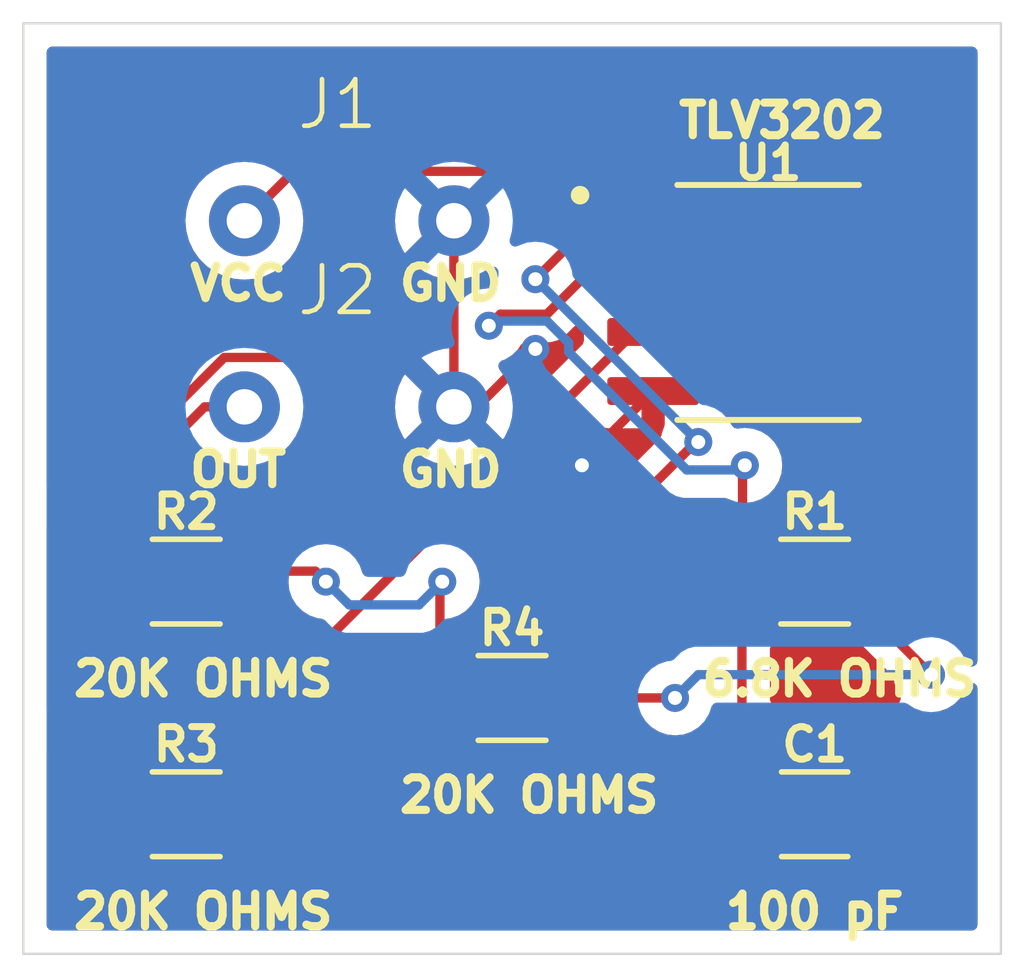
<source format=kicad_pcb>
(kicad_pcb (version 20240108) (generator "pcbnew") (generator_version "8.0")
  (layers (0 "F.Cu" signal) (31 "B.Cu" signal) (34 "B.Paste" user) (35 "F.Paste" user) (36 "B.SilkS" user "B.Silkscreen") (37 "F.SilkS" user "F.Silkscreen") (38 "B.Mask" user) (39 "F.Mask" user) (44 "Edge.Cuts" user))
  (net 0 "")
  (net 1 "GND")
  (net 2 "Net-(U1--)")
  (net 3 "VCC")
  (net 4 "/OUTPUT")
  (net 5 "Net-(U1-+)")
  (footprint "Resistor_SMD:R_1206_3216Metric_Pad1.30x1.75mm_HandSolder" (layer "F.Cu") (at 140.5 76.5)
    (property "Reference" "R4" (at 0 -1.5 0) (layer "F.SilkS") (effects (font (size 0.7 0.7))))
    (property "Value" "20K")
    (fp_line (start -0.727064 -0.91) (end 0.727064 -0.91) (stroke (width 0.12)) (layer "F.SilkS"))
    (fp_line (start -0.727064 0.91) (end 0.727064 0.91) (stroke (width 0.12)) (layer "F.SilkS"))
    (pad "1" smd roundrect (at -1.55 0) (size 1.3 1.75) (layers "F.Cu" "F.Paste" "F.Mask") (roundrect_rratio 0.192308) (net 5 "Net-(U1-+)"))
    (pad "2" smd roundrect (at 1.55 0) (size 1.3 1.75) (layers "F.Cu" "F.Paste" "F.Mask") (roundrect_rratio 0.192308) (net 4 "/OUTPUT"))
  )
  (footprint "Capacitor_SMD:C_1206_3216Metric_Pad1.33x1.80mm_HandSolder" (layer "F.Cu") (at 147 79)
    (property "Reference" "C1" (at 0 -1.5 0) (layer "F.SilkS") (effects (font (size 0.7 0.7))))
    (property "Value" "100 pF")
    (fp_line (start -0.711252 -0.91) (end 0.711252 -0.91) (stroke (width 0.12)) (layer "F.SilkS"))
    (fp_line (start -0.711252 0.91) (end 0.711252 0.91) (stroke (width 0.12)) (layer "F.SilkS"))
    (pad "1" smd roundrect (at -1.5625 0) (size 1.325 1.8) (layers "F.Cu" "F.Paste" "F.Mask") (roundrect_rratio 0.188679) (net 2 "Net-(U1--)"))
    (pad "2" smd roundrect (at 1.5625 0) (size 1.325 1.8) (layers "F.Cu" "F.Paste" "F.Mask") (roundrect_rratio 0.188679) (net 1 "GND"))
  )
  (footprint "Resistor_SMD:R_1206_3216Metric_Pad1.30x1.75mm_HandSolder" (layer "F.Cu") (at 147 74)
    (property "Reference" "R1" (at 0 -1.5 0) (layer "F.SilkS") (effects (font (size 0.7 0.7))))
    (property "Value" "6.8K")
    (fp_line (start -0.727064 -0.91) (end 0.727064 -0.91) (stroke (width 0.12)) (layer "F.SilkS"))
    (fp_line (start -0.727064 0.91) (end 0.727064 0.91) (stroke (width 0.12)) (layer "F.SilkS"))
    (pad "1" smd roundrect (at -1.55 0) (size 1.3 1.75) (layers "F.Cu" "F.Paste" "F.Mask") (roundrect_rratio 0.192308) (net 2 "Net-(U1--)"))
    (pad "2" smd roundrect (at 1.55 0) (size 1.3 1.75) (layers "F.Cu" "F.Paste" "F.Mask") (roundrect_rratio 0.192308) (net 4 "/OUTPUT"))
  )
  (footprint "Resistor_SMD:R_1206_3216Metric_Pad1.30x1.75mm_HandSolder" (layer "F.Cu") (at 133.5 79)
    (property "Reference" "R3" (at 0 -1.5 0) (layer "F.SilkS") (effects (font (size 0.7 0.7))))
    (property "Value" "20K")
    (fp_line (start -0.727064 -0.91) (end 0.727064 -0.91) (stroke (width 0.12)) (layer "F.SilkS"))
    (fp_line (start -0.727064 0.91) (end 0.727064 0.91) (stroke (width 0.12)) (layer "F.SilkS"))
    (pad "1" smd roundrect (at -1.55 0) (size 1.3 1.75) (layers "F.Cu" "F.Paste" "F.Mask") (roundrect_rratio 0.192308) (net 5 "Net-(U1-+)"))
    (pad "2" smd roundrect (at 1.55 0) (size 1.3 1.75) (layers "F.Cu" "F.Paste" "F.Mask") (roundrect_rratio 0.192308) (net 1 "GND"))
  )
  (footprint "Resistor_SMD:R_1206_3216Metric_Pad1.30x1.75mm_HandSolder" (layer "F.Cu") (at 133.5 74)
    (property "Reference" "R2" (at 0 -1.5 0) (layer "F.SilkS") (effects (font (size 0.7 0.7))))
    (property "Value" "20K")
    (fp_line (start -0.727064 -0.91) (end 0.727064 -0.91) (stroke (width 0.12)) (layer "F.SilkS"))
    (fp_line (start -0.727064 0.91) (end 0.727064 0.91) (stroke (width 0.12)) (layer "F.SilkS"))
    (pad "1" smd roundrect (at -1.55 0) (size 1.3 1.75) (layers "F.Cu" "F.Paste" "F.Mask") (roundrect_rratio 0.192308) (net 3 "VCC"))
    (pad "2" smd roundrect (at 1.55 0) (size 1.3 1.75) (layers "F.Cu" "F.Paste" "F.Mask") (roundrect_rratio 0.192308) (net 5 "Net-(U1-+)"))
  )
  (footprint "chris_footprint:output connector" (layer "F.Cu") (at 136.75 68.244)
    (property "Reference" "J2" (at 0 -0.5 0) (layer "F.SilkS") (effects (font (thickness 0.1))))
    (property "Value" "Conn_01x02")
    (pad "1" thru_hole circle (at -2 2) (size 1.524 1.524) (drill 0.762) (layers "*.Cu" "*.Mask") (net 4 "/OUTPUT"))
    (pad "2" thru_hole circle (at 2.5 2) (size 1.524 1.524) (drill 0.762) (layers "*.Cu" "*.Mask") (net 1 "GND"))
  )
  (footprint "SOIC:SOIC127P599X175-8N" (layer "F.Cu") (at 146 68)
    (property "Reference" "U1" (at 0 -3 0) (layer "F.SilkS") (effects (font (size 0.7 0.7))))
    (property "Value" "~")
    (fp_line (start -1.95 -2.525) (end 1.95 -2.525) (stroke (width 0.127)) (layer "F.SilkS"))
    (fp_line (start -1.95 2.525) (end 1.95 2.525) (stroke (width 0.127)) (layer "F.SilkS"))
    (fp_circle (center -4.04 -2.305) (end -3.94 -2.305) (stroke (width 0.2)) (fill none) (layer "F.SilkS"))
    (pad "1" smd roundrect (at -2.47 -1.905) (size 1.97 0.6) (layers "F.Cu" "F.Paste" "F.Mask") (roundrect_rratio 0.125) (net 5 "Net-(U1-+)"))
    (pad "2" smd roundrect (at -2.47 -0.635) (size 1.97 0.6) (layers "F.Cu" "F.Paste" "F.Mask") (roundrect_rratio 0.125) (net 2 "Net-(U1--)"))
    (pad "3" smd roundrect (at -2.47 0.635) (size 1.97 0.6) (layers "F.Cu" "F.Paste" "F.Mask") (roundrect_rratio 0.125) (net 3 "VCC"))
    (pad "4" smd roundrect (at -2.47 1.905) (size 1.97 0.6) (layers "F.Cu" "F.Paste" "F.Mask") (roundrect_rratio 0.125) (net 1 "GND"))
    (pad "5" smd roundrect (at 2.47 1.905) (size 1.97 0.6) (layers "F.Cu" "F.Paste" "F.Mask") (roundrect_rratio 0.125) (net 4 "/OUTPUT"))
    (pad "6" smd roundrect (at 2.47 0.635) (size 1.97 0.6) (layers "F.Cu" "F.Paste" "F.Mask") (roundrect_rratio 0.125))
    (pad "7" smd roundrect (at 2.47 -0.635) (size 1.97 0.6) (layers "F.Cu" "F.Paste" "F.Mask") (roundrect_rratio 0.125))
    (pad "8" smd roundrect (at 2.47 -1.905) (size 1.97 0.6) (layers "F.Cu" "F.Paste" "F.Mask") (roundrect_rratio 0.125))
  )
  (footprint "chris_footprint:output connector" (layer "F.Cu") (at 136.75 64.244)
    (property "Reference" "J1" (at 0 -0.5 0) (layer "F.SilkS") (effects (font (thickness 0.1))))
    (property "Value" "Conn_01x02")
    (pad "1" thru_hole circle (at -2 2) (size 1.524 1.524) (drill 0.762) (layers "*.Cu" "*.Mask") (net 3 "VCC"))
    (pad "2" thru_hole circle (at 2.5 2) (size 1.524 1.524) (drill 0.762) (layers "*.Cu" "*.Mask") (net 1 "GND"))
  )
  (gr_rect (start 130 62) (end 151 82) (stroke (width 0.05)) (fill none) (layer "Edge.Cuts"))
  (gr_text "GND" (at 138 68 0) (layer "F.SilkS") (effects (font (size 0.7 0.7) (thickness 0.175) (bold yes)) (justify left bottom)))
  (gr_text "20K OHMS" (at 138 79 0) (layer "F.SilkS") (effects (font (size 0.7 0.7) (thickness 0.175) (bold yes)) (justify left bottom)))
  (gr_text "20K OHMS" (at 131 81.5 0) (layer "F.SilkS") (effects (font (size 0.7 0.7) (thickness 0.175) (bold yes)) (justify left bottom)))
  (gr_text "20K OHMS" (at 131 76.5 0) (layer "F.SilkS") (effects (font (size 0.7 0.7) (thickness 0.175) (bold yes)) (justify left bottom)))
  (gr_text "TLV3202" (at 144 64.5 0) (layer "F.SilkS") (effects (font (size 0.7 0.7) (thickness 0.175) (bold yes)) (justify left bottom)))
  (gr_text "6.8K OHMS" (at 144.5 76.5 0) (layer "F.SilkS") (effects (font (size 0.7 0.7) (thickness 0.175) (bold yes)) (justify left bottom)))
  (gr_text "OUT" (at 133.5 72 0) (layer "F.SilkS") (effects (font (size 0.7 0.7) (thickness 0.175) (bold yes)) (justify left bottom)))
  (gr_text "VCC" (at 133.5 68 0) (layer "F.SilkS") (effects (font (size 0.7 0.7) (thickness 0.175) (bold yes)) (justify left bottom)))
  (gr_text "GND" (at 138 72 0) (layer "F.SilkS") (effects (font (size 0.7 0.7) (thickness 0.175) (bold yes)) (justify left bottom)))
  (gr_text "100 pF" (at 145 81.5 0) (layer "F.SilkS") (effects (font (size 0.7 0.7) (thickness 0.175) (bold yes)) (justify left bottom)))
  (segment (start 148.5625 78) (end 147.3625 79.2) (width 0.2) (layer "F.Cu") (net 1))
  (segment (start 146.405 69.905) (end 146.405 75.8425) (width 0.2) (layer "F.Cu") (net 1))
  (segment (start 139.75 70.244) (end 140.994 69) (width 0.2) (layer "F.Cu") (net 1))
  (segment (start 146.405 75.8425) (end 148.5625 78) (width 0.2) (layer "F.Cu") (net 1))
  (segment (start 142 71.435) (end 143.53 69.905) (width 0.2) (layer "F.Cu") (net 1))
  (segment (start 139.25 69.744) (end 139.75 70.244) (width 0.2) (layer "F.Cu") (net 1))
  (segment (start 143.53 69.905) (end 146.405 69.905) (width 0.2) (layer "F.Cu") (net 1))
  (segment (start 139.25 66.244) (end 139.25 69.744) (width 0.2) (layer "F.Cu") (net 1))
  (segment (start 142 71.5) (end 142 71.435) (width 0.2) (layer "F.Cu") (net 1))
  (segment (start 136.25 79.2) (end 135.05 78) (width 0.2) (layer "F.Cu") (net 1))
  (segment (start 140.994 69) (end 141 69) (width 0.2) (layer "F.Cu") (net 1))
  (segment (start 147.3625 79.2) (end 136.25 79.2) (width 0.2) (layer "F.Cu") (net 1))
  (via (at 141 69) (size 0.6) (drill 0.3) (layers "F.Cu" "B.Cu") (net 1))
  (via (at 142 71.5) (size 0.6) (drill 0.3) (layers "F.Cu" "B.Cu") (net 1))
  (segment (start 141 70.5) (end 142 71.5) (width 0.2) (layer "B.Cu") (net 1))
  (segment (start 141 69) (end 141 70.5) (width 0.2) (layer "B.Cu") (net 1))
  (segment (start 142.135 67.365) (end 143.53 67.365) (width 0.2) (layer "F.Cu") (net 2))
  (segment (start 140.24741 68.25259) (end 141.24741 68.25259) (width 0.2) (layer "F.Cu") (net 2))
  (segment (start 145.45 74) (end 145.45 71.55) (width 0.2) (layer "F.Cu") (net 2))
  (segment (start 145.4375 74.0125) (end 145.45 74) (width 0.2) (layer "F.Cu") (net 2))
  (segment (start 141.24741 68.25259) (end 142.135 67.365) (width 0.2) (layer "F.Cu") (net 2))
  (segment (start 145.45 71.55) (end 145.5 71.5) (width 0.2) (layer "F.Cu") (net 2))
  (segment (start 140 68.5) (end 140.24741 68.25259) (width 0.2) (layer "F.Cu") (net 2))
  (segment (start 145.4375 78) (end 145.4375 74.0125) (width 0.2) (layer "F.Cu") (net 2))
  (via (at 145.5 71.5) (size 0.6) (drill 0.3) (layers "F.Cu" "B.Cu") (net 2))
  (via (at 140 68.5) (size 0.6) (drill 0.3) (layers "F.Cu" "B.Cu") (net 2))
  (segment (start 145.4 71.6) (end 144.251471 71.6) (width 0.2) (layer "B.Cu") (net 2))
  (segment (start 140.1 68.4) (end 140 68.5) (width 0.2) (layer "B.Cu") (net 2))
  (segment (start 141.717157 68.868628) (end 141.248529 68.4) (width 0.2) (layer "B.Cu") (net 2))
  (segment (start 144.251471 71.6) (end 141.717157 69.065686) (width 0.2) (layer "B.Cu") (net 2))
  (segment (start 141.248529 68.4) (end 140.1 68.4) (width 0.2) (layer "B.Cu") (net 2))
  (segment (start 141.717157 69.065686) (end 141.717157 68.868628) (width 0.2) (layer "B.Cu") (net 2))
  (segment (start 145.5 71.5) (end 145.4 71.6) (width 0.2) (layer "B.Cu") (net 2))
  (segment (start 144.815 67.74741) (end 143.92741 68.635) (width 0.2) (layer "F.Cu") (net 3))
  (segment (start 144.28441 65.182) (end 144.815 65.71259) (width 0.2) (layer "F.Cu") (net 3))
  (segment (start 143.13259 68.635) (end 136.59259 75.175) (width 0.2) (layer "F.Cu") (net 3))
  (segment (start 143.92741 68.635) (end 143.53 68.635) (width 0.2) (layer "F.Cu") (net 3))
  (segment (start 136.59259 75.175) (end 133.125 75.175) (width 0.2) (layer "F.Cu") (net 3))
  (segment (start 134.75 66.244) (end 135.812 65.182) (width 0.2) (layer "F.Cu") (net 3))
  (segment (start 144.815 65.71259) (end 144.815 67.74741) (width 0.2) (layer "F.Cu") (net 3))
  (segment (start 133.125 75.175) (end 131.95 74) (width 0.2) (layer "F.Cu") (net 3))
  (segment (start 143.53 68.635) (end 143.13259 68.635) (width 0.2) (layer "F.Cu") (net 3))
  (segment (start 135.812 65.182) (end 144.28441 65.182) (width 0.2) (layer "F.Cu") (net 3))
  (segment (start 132.5 76.5) (end 137.140256 76.5) (width 0.2) (layer "F.Cu") (net 4))
  (segment (start 133.896256 70.244) (end 131 73.140256) (width 0.2) (layer "F.Cu") (net 4))
  (segment (start 137.140256 76.5) (end 138.640256 78) (width 0.2) (layer "F.Cu") (net 4))
  (segment (start 131 75) (end 132.5 76.5) (width 0.2) (layer "F.Cu") (net 4))
  (segment (start 135.25 70.244) (end 133.896256 70.244) (width 0.2) (layer "F.Cu") (net 4))
  (segment (start 148.55 69.985) (end 148.47 69.905) (width 0.2) (layer "F.Cu") (net 4))
  (segment (start 140.55 78) (end 142.05 76.5) (width 0.2) (layer "F.Cu") (net 4))
  (segment (start 131 73.140256) (end 131 75) (width 0.2) (layer "F.Cu") (net 4))
  (segment (start 138.640256 78) (end 140.55 78) (width 0.2) (layer "F.Cu") (net 4))
  (segment (start 148.55 74) (end 148.55 69.985) (width 0.2) (layer "F.Cu") (net 4))
  (segment (start 148.55 75.05) (end 148.55 74) (width 0.2) (layer "F.Cu") (net 4))
  (segment (start 149.5 76) (end 148.55 75.05) (width 0.2) (layer "F.Cu") (net 4))
  (segment (start 142.05 76.5) (end 144 76.5) (width 0.2) (layer "F.Cu") (net 4))
  (via (at 144 76.5) (size 0.6) (drill 0.3) (layers "F.Cu" "B.Cu") (net 4))
  (via (at 149.5 76) (size 0.6) (drill 0.3) (layers "F.Cu" "B.Cu") (net 4))
  (segment (start 144.5 76) (end 149.5 76) (width 0.2) (layer "B.Cu") (net 4))
  (segment (start 144 76.5) (end 144.5 76) (width 0.2) (layer "B.Cu") (net 4))
  (segment (start 144.45 71) (end 144.5 71) (width 0.2) (layer "F.Cu") (net 5))
  (segment (start 136.312 72.738) (end 135.05 74) (width 0.2) (layer "F.Cu") (net 5))
  (segment (start 135.05 74) (end 135.275 73.775) (width 0.2) (layer "F.Cu") (net 5))
  (segment (start 130.6 76.65) (end 130.6 72.9) (width 0.2) (layer "F.Cu") (net 5))
  (segment (start 135.275 73.775) (end 136.275 73.775) (width 0.2) (layer "F.Cu") (net 5))
  (segment (start 141 67.5) (end 142.405 66.095) (width 0.2) (layer "F.Cu") (net 5))
  (segment (start 139 74) (end 138.95 74.05) (width 0.2) (layer "F.Cu") (net 5))
  (segment (start 130.6 72.9) (end 134.318 69.182) (width 0.2) (layer "F.Cu") (net 5))
  (segment (start 136.182 69.182) (end 136.312 69.312) (width 0.2) (layer "F.Cu") (net 5))
  (segment (start 138.95 76.5) (end 144.45 71) (width 0.2) (layer "F.Cu") (net 5))
  (segment (start 136.275 73.775) (end 136.5 74) (width 0.2) (layer "F.Cu") (net 5))
  (segment (start 142.405 66.095) (end 143.53 66.095) (width 0.2) (layer "F.Cu") (net 5))
  (segment (start 131.95 78) (end 130.6 76.65) (width 0.2) (layer "F.Cu") (net 5))
  (segment (start 134.318 69.182) (end 136.182 69.182) (width 0.2) (layer "F.Cu") (net 5))
  (segment (start 138.95 74.05) (end 138.95 76.5) (width 0.2) (layer "F.Cu") (net 5))
  (segment (start 136.312 69.312) (end 136.312 72.738) (width 0.2) (layer "F.Cu") (net 5))
  (via (at 139 74) (size 0.6) (drill 0.3) (layers "F.Cu" "B.Cu") (net 5))
  (via (at 141 67.5) (size 0.6) (drill 0.3) (layers "F.Cu" "B.Cu") (net 5))
  (via (at 144.5 71) (size 0.6) (drill 0.3) (layers "F.Cu" "B.Cu") (net 5))
  (via (at 136.5 74) (size 0.6) (drill 0.3) (layers "F.Cu" "B.Cu") (net 5))
  (segment (start 138.5 74.5) (end 139 74) (width 0.2) (layer "B.Cu") (net 5))
  (segment (start 137 74.5) (end 138.5 74.5) (width 0.2) (layer "B.Cu") (net 5))
  (segment (start 136.5 74) (end 137 74.5) (width 0.2) (layer "B.Cu") (net 5))
  (segment (start 144.5 71) (end 141 67.5) (width 0.2) (layer "B.Cu") (net 5))
  (zone (net 1) (net_name "GND") (layers "F&B.Cu") (connect_pads (clearance 0.5)) (min_thickness 0.25) (fill yes (thermal_gap 0.5) (thermal_bridge_width 0.5))
    (polygon (pts (xy 129.5 61.5) (xy 151.5 61.5) (xy 151.5 82.5) (xy 129.5 82.5)))
  )
)
</source>
